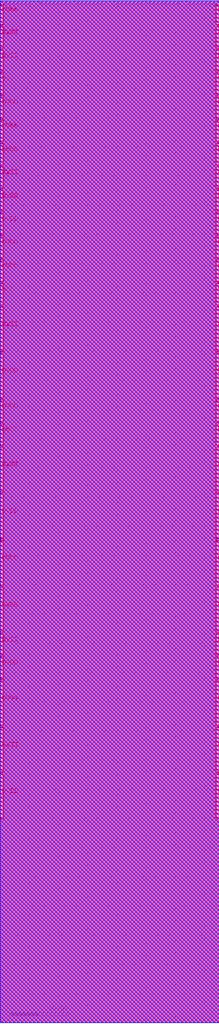
<source format=lef>
# Copyright 2022 GlobalFoundries PDK Authors
#
# Licensed under the Apache License, Version 2.0 (the "License");
# you may not use this file except in compliance with the License.
# You may obtain a copy of the License at
#
#     http://www.apache.org/licenses/LICENSE-2.0
#
# Unless required by applicable law or agreed to in writing, software
# distributed under the License is distributed on an "AS IS" BASIS,
# WITHOUT WARRANTIES OR CONDITIONS OF ANY KIND, either express or implied.
# See the License for the specific language governing permissions and
# limitations under the License.

MACRO gf180mcu_ocd_io__dvdd
  CLASS PAD POWER ;
  ORIGIN 0 0 ;
  FOREIGN gf180mcu_ocd_io__dvdd 0 0 ;
  SIZE 75 BY 350 ;
  SYMMETRY X Y R90 ;
  SITE GF_IO_Site ;
  PIN DVDD
    DIRECTION INOUT ;
    USE POWER ;
    PORT
      LAYER Metal5 ;
        RECT 74 118 75 125 ;
    END
    PORT
      LAYER Metal5 ;
        RECT 74 182 75 197 ;
    END
    PORT
      LAYER Metal5 ;
        RECT 74 166 75 181 ;
    END
    PORT
      LAYER Metal5 ;
        RECT 74 150 75 165 ;
    END
    PORT
      LAYER Metal5 ;
        RECT 74 134 75 149 ;
    END
    PORT
      LAYER Metal5 ;
        RECT 74 214 75 229 ;
    END
    PORT
      LAYER Metal5 ;
        RECT 74 206 75 213 ;
    END
    PORT
      LAYER Metal5 ;
        RECT 74 254 75 261 ;
    END
    PORT
      LAYER Metal5 ;
        RECT 74 278 75 285 ;
    END
    PORT
      LAYER Metal5 ;
        RECT 74 270 75 277 ;
    END
    PORT
      LAYER Metal5 ;
        RECT 74 262 75 269 ;
    END
    PORT
      LAYER Metal5 ;
        RECT 74 294 75 301 ;
    END
    PORT
      LAYER Metal5 ;
        RECT 74 310 75 317 ;
    END
    PORT
      LAYER Metal5 ;
        RECT 74 334 75 341 ;
    END
    PORT
      LAYER Metal4 ;
        RECT 74 118 75 125 ;
    END
    PORT
      LAYER Metal4 ;
        RECT 74 182 75 197 ;
    END
    PORT
      LAYER Metal4 ;
        RECT 74 166 75 181 ;
    END
    PORT
      LAYER Metal4 ;
        RECT 74 150 75 165 ;
    END
    PORT
      LAYER Metal4 ;
        RECT 74 134 75 149 ;
    END
    PORT
      LAYER Metal4 ;
        RECT 74 214 75 229 ;
    END
    PORT
      LAYER Metal4 ;
        RECT 74 206 75 213 ;
    END
    PORT
      LAYER Metal4 ;
        RECT 74 254 75 261 ;
    END
    PORT
      LAYER Metal4 ;
        RECT 74 278 75 285 ;
    END
    PORT
      LAYER Metal4 ;
        RECT 74 270 75 277 ;
    END
    PORT
      LAYER Metal4 ;
        RECT 74 262 75 269 ;
    END
    PORT
      LAYER Metal4 ;
        RECT 74 294 75 301 ;
    END
    PORT
      LAYER Metal4 ;
        RECT 74 310 75 317 ;
    END
    PORT
      LAYER Metal4 ;
        RECT 74 334 75 341 ;
    END
    PORT
      LAYER Metal3 ;
        RECT 74 118 75 125 ;
    END
    PORT
      LAYER Metal3 ;
        RECT 74 182 75 197 ;
    END
    PORT
      LAYER Metal3 ;
        RECT 74 166 75 181 ;
    END
    PORT
      LAYER Metal3 ;
        RECT 74 150 75 165 ;
    END
    PORT
      LAYER Metal3 ;
        RECT 74 134 75 149 ;
    END
    PORT
      LAYER Metal3 ;
        RECT 74 214 75 229 ;
    END
    PORT
      LAYER Metal3 ;
        RECT 74 206 75 213 ;
    END
    PORT
      LAYER Metal3 ;
        RECT 74 254 75 261 ;
    END
    PORT
      LAYER Metal3 ;
        RECT 74 278 75 285 ;
    END
    PORT
      LAYER Metal3 ;
        RECT 74 270 75 277 ;
    END
    PORT
      LAYER Metal3 ;
        RECT 74 262 75 269 ;
    END
    PORT
      LAYER Metal3 ;
        RECT 74 294 75 301 ;
    END
    PORT
      LAYER Metal3 ;
        RECT 74 310 75 317 ;
    END
    PORT
      LAYER Metal3 ;
        RECT 74 334 75 341 ;
    END
    PORT
        CLASS CORE ;
      LAYER Metal2 ;
        RECT 1.36 349 10.86 350 ;
    END
    PORT
        CLASS CORE ;
      LAYER Metal2 ;
        RECT 13.76 349 24.01 350 ;
    END
    PORT
        CLASS CORE ;
      LAYER Metal2 ;
        RECT 25.61 349 35.86 350 ;
    END
    PORT
        CLASS CORE ;
      LAYER Metal2 ;
        RECT 39.14 349 49.39 350 ;
    END
    PORT
        CLASS CORE ;
      LAYER Metal2 ;
        RECT 50.99 349 61.24 350 ;
    END
    PORT
      LAYER Metal3 ;
        RECT 0 334 1 341 ;
    END
    PORT
      LAYER Metal3 ;
        RECT 0 310 1 317 ;
    END
    PORT
      LAYER Metal3 ;
        RECT 0 294 1 301 ;
    END
    PORT
      LAYER Metal3 ;
        RECT 0 262 1 269 ;
    END
    PORT
      LAYER Metal3 ;
        RECT 0 270 1 277 ;
    END
    PORT
      LAYER Metal3 ;
        RECT 0 278 1 285 ;
    END
    PORT
      LAYER Metal3 ;
        RECT 0 254 1 261 ;
    END
    PORT
      LAYER Metal3 ;
        RECT 0 206 1 213 ;
    END
    PORT
      LAYER Metal3 ;
        RECT 0 214 1 229 ;
    END
    PORT
      LAYER Metal3 ;
        RECT 0 134 1 149 ;
    END
    PORT
      LAYER Metal3 ;
        RECT 0 150 1 165 ;
    END
    PORT
      LAYER Metal3 ;
        RECT 0 166 1 181 ;
    END
    PORT
      LAYER Metal3 ;
        RECT 0 182 1 197 ;
    END
    PORT
      LAYER Metal4 ;
        RECT 0 334 1 341 ;
    END
    PORT
      LAYER Metal4 ;
        RECT 0 310 1 317 ;
    END
    PORT
      LAYER Metal4 ;
        RECT 0 294 1 301 ;
    END
    PORT
      LAYER Metal4 ;
        RECT 0 262 1 269 ;
    END
    PORT
      LAYER Metal4 ;
        RECT 0 270 1 277 ;
    END
    PORT
      LAYER Metal4 ;
        RECT 0 278 1 285 ;
    END
    PORT
      LAYER Metal4 ;
        RECT 0 254 1 261 ;
    END
    PORT
      LAYER Metal4 ;
        RECT 0 206 1 213 ;
    END
    PORT
      LAYER Metal4 ;
        RECT 0 214 1 229 ;
    END
    PORT
      LAYER Metal4 ;
        RECT 0 134 1 149 ;
    END
    PORT
      LAYER Metal4 ;
        RECT 0 150 1 165 ;
    END
    PORT
      LAYER Metal4 ;
        RECT 0 166 1 181 ;
    END
    PORT
      LAYER Metal4 ;
        RECT 0 182 1 197 ;
    END
    PORT
      LAYER Metal5 ;
        RECT 0 334 1 341 ;
    END
    PORT
      LAYER Metal5 ;
        RECT 0 310 1 317 ;
    END
    PORT
      LAYER Metal5 ;
        RECT 0 294 1 301 ;
    END
    PORT
      LAYER Metal5 ;
        RECT 0 262 1 269 ;
    END
    PORT
      LAYER Metal5 ;
        RECT 0 270 1 277 ;
    END
    PORT
      LAYER Metal5 ;
        RECT 0 278 1 285 ;
    END
    PORT
      LAYER Metal5 ;
        RECT 0 254 1 261 ;
    END
    PORT
      LAYER Metal5 ;
        RECT 0 206 1 213 ;
    END
    PORT
      LAYER Metal5 ;
        RECT 0 214 1 229 ;
    END
    PORT
      LAYER Metal5 ;
        RECT 0 134 1 149 ;
    END
    PORT
      LAYER Metal5 ;
        RECT 0 150 1 165 ;
    END
    PORT
      LAYER Metal5 ;
        RECT 0 166 1 181 ;
    END
    PORT
      LAYER Metal5 ;
        RECT 0 182 1 197 ;
    END
    PORT
      LAYER Metal5 ;
        RECT 0 118 1 125 ;
    END
    PORT
      LAYER Metal4 ;
        RECT 0 118 1 125 ;
    END
    PORT
      LAYER Metal3 ;
        RECT 0 118 1 125 ;
    END
    PORT
        CLASS CORE ;
      LAYER Metal2 ;
        RECT 64.14 349 73.64 350 ;
    END
  END DVDD
  PIN DVSS
    DIRECTION INOUT ;
    USE GROUND ;
    PORT
      LAYER Metal5 ;
        RECT 74 102 75 117 ;
    END
    PORT
      LAYER Metal5 ;
        RECT 74 86 75 101 ;
    END
    PORT
      LAYER Metal5 ;
        RECT 74 70 75 85 ;
    END
    PORT
      LAYER Metal5 ;
        RECT 74 126 75 133 ;
    END
    PORT
      LAYER Metal5 ;
        RECT 74 198 75 205 ;
    END
    PORT
      LAYER Metal5 ;
        RECT 74 230 75 245 ;
    END
    PORT
      LAYER Metal5 ;
        RECT 74 286 75 293 ;
    END
    PORT
      LAYER Metal5 ;
        RECT 74 302 75 309 ;
    END
    PORT
      LAYER Metal5 ;
        RECT 74 326 75 333 ;
    END
    PORT
      LAYER Metal5 ;
        RECT 74 342 75 348.39 ;
    END
    PORT
      LAYER Metal4 ;
        RECT 74 102 75 117 ;
    END
    PORT
      LAYER Metal4 ;
        RECT 74 86 75 101 ;
    END
    PORT
      LAYER Metal4 ;
        RECT 74 70 75 85 ;
    END
    PORT
      LAYER Metal4 ;
        RECT 74 126 75 133 ;
    END
    PORT
      LAYER Metal4 ;
        RECT 74 198 75 205 ;
    END
    PORT
      LAYER Metal4 ;
        RECT 74 230 75 245 ;
    END
    PORT
      LAYER Metal4 ;
        RECT 74 286 75 293 ;
    END
    PORT
      LAYER Metal4 ;
        RECT 74 302 75 309 ;
    END
    PORT
      LAYER Metal4 ;
        RECT 74 326 75 333 ;
    END
    PORT
      LAYER Metal4 ;
        RECT 74 342 75 348.39 ;
    END
    PORT
      LAYER Metal3 ;
        RECT 74 102 75 117 ;
    END
    PORT
      LAYER Metal3 ;
        RECT 74 86 75 101 ;
    END
    PORT
      LAYER Metal3 ;
        RECT 74 70 75 85 ;
    END
    PORT
      LAYER Metal3 ;
        RECT 74 126 75 133 ;
    END
    PORT
      LAYER Metal3 ;
        RECT 74 198 75 205 ;
    END
    PORT
      LAYER Metal3 ;
        RECT 74 230 75 245 ;
    END
    PORT
      LAYER Metal3 ;
        RECT 74 286 75 293 ;
    END
    PORT
      LAYER Metal3 ;
        RECT 74 302 75 309 ;
    END
    PORT
      LAYER Metal3 ;
        RECT 74 326 75 333 ;
    END
    PORT
      LAYER Metal3 ;
        RECT 74 342 75 348.39 ;
    END
    PORT
      LAYER Metal3 ;
        RECT 0 342 1 348.39 ;
    END
    PORT
      LAYER Metal3 ;
        RECT 0 326 1 333 ;
    END
    PORT
      LAYER Metal3 ;
        RECT 0 302 1 309 ;
    END
    PORT
      LAYER Metal3 ;
        RECT 0 286 1 293 ;
    END
    PORT
      LAYER Metal3 ;
        RECT 0 230 1 245 ;
    END
    PORT
      LAYER Metal3 ;
        RECT 0 198 1 205 ;
    END
    PORT
      LAYER Metal3 ;
        RECT 0 126 1 133 ;
    END
    PORT
      LAYER Metal3 ;
        RECT 0 70 1 85 ;
    END
    PORT
      LAYER Metal3 ;
        RECT 0 86 1 101 ;
    END
    PORT
      LAYER Metal4 ;
        RECT 0 342 1 348.39 ;
    END
    PORT
      LAYER Metal4 ;
        RECT 0 326 1 333 ;
    END
    PORT
      LAYER Metal4 ;
        RECT 0 302 1 309 ;
    END
    PORT
      LAYER Metal4 ;
        RECT 0 286 1 293 ;
    END
    PORT
      LAYER Metal4 ;
        RECT 0 230 1 245 ;
    END
    PORT
      LAYER Metal4 ;
        RECT 0 198 1 205 ;
    END
    PORT
      LAYER Metal4 ;
        RECT 0 126 1 133 ;
    END
    PORT
      LAYER Metal4 ;
        RECT 0 70 1 85 ;
    END
    PORT
      LAYER Metal4 ;
        RECT 0 86 1 101 ;
    END
    PORT
      LAYER Metal5 ;
        RECT 0 342 1 348.39 ;
    END
    PORT
      LAYER Metal5 ;
        RECT 0 326 1 333 ;
    END
    PORT
      LAYER Metal5 ;
        RECT 0 302 1 309 ;
    END
    PORT
      LAYER Metal5 ;
        RECT 0 286 1 293 ;
    END
    PORT
      LAYER Metal5 ;
        RECT 0 230 1 245 ;
    END
    PORT
      LAYER Metal5 ;
        RECT 0 198 1 205 ;
    END
    PORT
      LAYER Metal5 ;
        RECT 0 126 1 133 ;
    END
    PORT
      LAYER Metal5 ;
        RECT 0 70 1 85 ;
    END
    PORT
      LAYER Metal5 ;
        RECT 0 86 1 101 ;
    END
    PORT
      LAYER Metal5 ;
        RECT 0 102 1 117 ;
    END
    PORT
      LAYER Metal4 ;
        RECT 0 102 1 117 ;
    END
    PORT
      LAYER Metal3 ;
        RECT 0 102 1 117 ;
    END
  END DVSS
  PIN VSS
    DIRECTION INOUT ;
    USE GROUND ;
    PORT
      LAYER Metal5 ;
        RECT 74 246 75 253 ;
    END
    PORT
      LAYER Metal5 ;
        RECT 74 318 75 325 ;
    END
    PORT
      LAYER Metal4 ;
        RECT 74 246 75 253 ;
    END
    PORT
      LAYER Metal4 ;
        RECT 74 318 75 325 ;
    END
    PORT
      LAYER Metal3 ;
        RECT 74 246 75 253 ;
    END
    PORT
      LAYER Metal3 ;
        RECT 74 318 75 325 ;
    END
    PORT
      LAYER Metal3 ;
        RECT 0 318 1 325 ;
    END
    PORT
      LAYER Metal4 ;
        RECT 0 318 1 325 ;
    END
    PORT
      LAYER Metal5 ;
        RECT 0 318 1 325 ;
    END
    PORT
      LAYER Metal5 ;
        RECT 0 246 1 253 ;
    END
    PORT
      LAYER Metal4 ;
        RECT 0 246 1 253 ;
    END
    PORT
      LAYER Metal3 ;
        RECT 0 246 1 253 ;
    END
  END VSS
  OBS
    LAYER Metal1 ;
      RECT 0 0 75 350 ;
    LAYER Metal2 ;
      POLYGON 75 350 73.92 350 73.92 348.72 63.86 348.72 63.86 350 61.52 350 61.52 348.72 50.71 348.72 50.71 350 49.67 350 49.67 348.72 38.86 348.72 38.86 350 36.14 350 36.14 348.72 25.33 348.72 25.33 350 24.29 350 24.29 348.72 13.48 348.72 13.48 350 11.14 350 11.14 348.72 1.08 348.72 1.08 350 0 350 0 0 75 0 ;
    LAYER Metal3 ;
      POLYGON 75 69.72 73.72 69.72 73.72 85.28 75 85.28 75 85.72 73.72 85.72 73.72 101.28 75 101.28 75 101.72 73.72 101.72 73.72 117.28 75 117.28 75 117.72 73.72 117.72 73.72 125.28 75 125.28 75 125.72 73.72 125.72 73.72 133.28 75 133.28 75 133.72 73.72 133.72 73.72 149.28 75 149.28 75 149.72 73.72 149.72 73.72 165.28 75 165.28 75 165.72 73.72 165.72 73.72 181.28 75 181.28 75 181.72 73.72 181.72 73.72 197.28 75 197.28 75 197.72 73.72 197.72 73.72 205.28 75 205.28 75 205.72 73.72 205.72 73.72 213.28 75 213.28 75 213.72 73.72 213.72 73.72 229.28 75 229.28 75 229.72 73.72 229.72 73.72 245.28 75 245.28 75 245.72 73.72 245.72 73.72 253.28 75 253.28 75 253.72 73.72 253.72 73.72 261.28 75 261.28 75 261.72 73.72 261.72 73.72 269.28 75 269.28 75 269.72 73.72 269.72 73.72 277.28 75 277.28 75 277.72 73.72 277.72 73.72 285.28 75 285.28 75 285.72 73.72 285.72 73.72 293.28 75 293.28 75 293.72 73.72 293.72 73.72 301.28 75 301.28 75 301.72 73.72 301.72 73.72 309.28 75 309.28 75 309.72 73.72 309.72 73.72 317.28 75 317.28 75 317.72 73.72 317.72 73.72 325.28 75 325.28 75 325.72 73.72 325.72 73.72 333.28 75 333.28 75 333.72 73.72 333.72 73.72 341.28 75 341.28 75 341.72 73.72 341.72 73.72 348.67 75 348.67 75 350 0 350 0 348.67 1.28 348.67 1.28 341.72 0 341.72 0 341.28 1.28 341.28 1.28 333.72 0 333.72 0 333.28 1.28 333.28 1.28 325.72 0 325.72 0 325.28 1.28 325.28 1.28 317.72 0 317.72 0 317.28 1.28 317.28 1.28 309.72 0 309.72 0 309.28 1.28 309.28 1.28 301.72 0 301.72 0 301.28 1.28 301.28 1.28 293.72 0 293.72 0 293.28 1.28 293.28 1.28 285.72 0 285.72 0 285.28 1.28 285.28 1.28 277.72 0 277.72 0 277.28 1.28 277.28 1.28 269.72 0 269.72 0 269.28 1.28 269.28 1.28 261.72 0 261.72 0 261.28 1.28 261.28 1.28 253.72 0 253.72 0 253.28 1.28 253.28 1.28 245.72 0 245.72 0 245.28 1.28 245.28 1.28 229.72 0 229.72 0 229.28 1.28 229.28 1.28 213.72 0 213.72 0 213.28 1.28 213.28 1.28 205.72 0 205.72 0 205.28 1.28 205.28 1.28 197.72 0 197.72 0 197.28 1.28 197.28 1.28 181.72 0 181.72 0 181.28 1.28 181.28 1.28 165.72 0 165.72 0 165.28 1.28 165.28 1.28 149.72 0 149.72 0 149.28 1.28 149.28 1.28 133.72 0 133.72 0 133.28 1.28 133.28 1.28 125.72 0 125.72 0 125.28 1.28 125.28 1.28 117.72 0 117.72 0 117.28 1.28 117.28 1.28 101.72 0 101.72 0 101.28 1.28 101.28 1.28 85.72 0 85.72 0 85.28 1.28 85.28 1.28 69.72 0 69.72 0 0 75 0 ;
    LAYER Metal4 ;
      POLYGON 75 69.72 73.72 69.72 73.72 85.28 75 85.28 75 85.72 73.72 85.72 73.72 101.28 75 101.28 75 101.72 73.72 101.72 73.72 117.28 75 117.28 75 117.72 73.72 117.72 73.72 125.28 75 125.28 75 125.72 73.72 125.72 73.72 133.28 75 133.28 75 133.72 73.72 133.72 73.72 149.28 75 149.28 75 149.72 73.72 149.72 73.72 165.28 75 165.28 75 165.72 73.72 165.72 73.72 181.28 75 181.28 75 181.72 73.72 181.72 73.72 197.28 75 197.28 75 197.72 73.72 197.72 73.72 205.28 75 205.28 75 205.72 73.72 205.72 73.72 213.28 75 213.28 75 213.72 73.72 213.72 73.72 229.28 75 229.28 75 229.72 73.72 229.72 73.72 245.28 75 245.28 75 245.72 73.72 245.72 73.72 253.28 75 253.28 75 253.72 73.72 253.72 73.72 261.28 75 261.28 75 261.72 73.72 261.72 73.72 269.28 75 269.28 75 269.72 73.72 269.72 73.72 277.28 75 277.28 75 277.72 73.72 277.72 73.72 285.28 75 285.28 75 285.72 73.72 285.72 73.72 293.28 75 293.28 75 293.72 73.72 293.72 73.72 301.28 75 301.28 75 301.72 73.72 301.72 73.72 309.28 75 309.28 75 309.72 73.72 309.72 73.72 317.28 75 317.28 75 317.72 73.72 317.72 73.72 325.28 75 325.28 75 325.72 73.72 325.72 73.72 333.28 75 333.28 75 333.72 73.72 333.72 73.72 341.28 75 341.28 75 341.72 73.72 341.72 73.72 348.67 75 348.67 75 350 0 350 0 348.67 1.28 348.67 1.28 341.72 0 341.72 0 341.28 1.28 341.28 1.28 333.72 0 333.72 0 333.28 1.28 333.28 1.28 325.72 0 325.72 0 325.28 1.28 325.28 1.28 317.72 0 317.72 0 317.28 1.28 317.28 1.28 309.72 0 309.72 0 309.28 1.28 309.28 1.28 301.72 0 301.72 0 301.28 1.28 301.28 1.28 293.72 0 293.72 0 293.28 1.28 293.28 1.28 285.72 0 285.72 0 285.28 1.28 285.28 1.28 277.72 0 277.72 0 277.28 1.28 277.28 1.28 269.72 0 269.72 0 269.28 1.28 269.28 1.28 261.72 0 261.72 0 261.28 1.28 261.28 1.28 253.72 0 253.72 0 253.28 1.28 253.28 1.28 245.72 0 245.72 0 245.28 1.28 245.28 1.28 229.72 0 229.72 0 229.28 1.28 229.28 1.28 213.72 0 213.72 0 213.28 1.28 213.28 1.28 205.72 0 205.72 0 205.28 1.28 205.28 1.28 197.72 0 197.72 0 197.28 1.28 197.28 1.28 181.72 0 181.72 0 181.28 1.28 181.28 1.28 165.72 0 165.72 0 165.28 1.28 165.28 1.28 149.72 0 149.72 0 149.28 1.28 149.28 1.28 133.72 0 133.72 0 133.28 1.28 133.28 1.28 125.72 0 125.72 0 125.28 1.28 125.28 1.28 117.72 0 117.72 0 117.28 1.28 117.28 1.28 101.72 0 101.72 0 101.28 1.28 101.28 1.28 85.72 0 85.72 0 85.28 1.28 85.28 1.28 69.72 0 69.72 0 0 75 0 ;
    LAYER Metal5 ;
      POLYGON 75 69.72 73.72 69.72 73.72 85.28 75 85.28 75 85.72 73.72 85.72 73.72 101.28 75 101.28 75 101.72 73.72 101.72 73.72 117.28 75 117.28 75 117.72 73.72 117.72 73.72 125.28 75 125.28 75 125.72 73.72 125.72 73.72 133.28 75 133.28 75 133.72 73.72 133.72 73.72 149.28 75 149.28 75 149.72 73.72 149.72 73.72 165.28 75 165.28 75 165.72 73.72 165.72 73.72 181.28 75 181.28 75 181.72 73.72 181.72 73.72 197.28 75 197.28 75 197.72 73.72 197.72 73.72 205.28 75 205.28 75 205.72 73.72 205.72 73.72 213.28 75 213.28 75 213.72 73.72 213.72 73.72 229.28 75 229.28 75 229.72 73.72 229.72 73.72 245.28 75 245.28 75 245.72 73.72 245.72 73.72 253.28 75 253.28 75 253.72 73.72 253.72 73.72 261.28 75 261.28 75 261.72 73.72 261.72 73.72 269.28 75 269.28 75 269.72 73.72 269.72 73.72 277.28 75 277.28 75 277.72 73.72 277.72 73.72 285.28 75 285.28 75 285.72 73.72 285.72 73.72 293.28 75 293.28 75 293.72 73.72 293.72 73.72 301.28 75 301.28 75 301.72 73.72 301.72 73.72 309.28 75 309.28 75 309.72 73.72 309.72 73.72 317.28 75 317.28 75 317.72 73.72 317.72 73.72 325.28 75 325.28 75 325.72 73.72 325.72 73.72 333.28 75 333.28 75 333.72 73.72 333.72 73.72 341.28 75 341.28 75 341.72 73.72 341.72 73.72 348.67 75 348.67 75 350 0 350 0 348.67 1.28 348.67 1.28 341.72 0 341.72 0 341.28 1.28 341.28 1.28 333.72 0 333.72 0 333.28 1.28 333.28 1.28 325.72 0 325.72 0 325.28 1.28 325.28 1.28 317.72 0 317.72 0 317.28 1.28 317.28 1.28 309.72 0 309.72 0 309.28 1.28 309.28 1.28 301.72 0 301.72 0 301.28 1.28 301.28 1.28 293.72 0 293.72 0 293.28 1.28 293.28 1.28 285.72 0 285.72 0 285.28 1.28 285.28 1.28 277.72 0 277.72 0 277.28 1.28 277.28 1.28 269.72 0 269.72 0 269.28 1.28 269.28 1.28 261.72 0 261.72 0 261.28 1.28 261.28 1.28 253.72 0 253.72 0 253.28 1.28 253.28 1.28 245.72 0 245.72 0 245.28 1.28 245.28 1.28 229.72 0 229.72 0 229.28 1.28 229.28 1.28 213.72 0 213.72 0 213.28 1.28 213.28 1.28 205.72 0 205.72 0 205.28 1.28 205.28 1.28 197.72 0 197.72 0 197.28 1.28 197.28 1.28 181.72 0 181.72 0 181.28 1.28 181.28 1.28 165.72 0 165.72 0 165.28 1.28 165.28 1.28 149.72 0 149.72 0 149.28 1.28 149.28 1.28 133.72 0 133.72 0 133.28 1.28 133.28 1.28 125.72 0 125.72 0 125.28 1.28 125.28 1.28 117.72 0 117.72 0 117.28 1.28 117.28 1.28 101.72 0 101.72 0 101.28 1.28 101.28 1.28 85.72 0 85.72 0 85.28 1.28 85.28 1.28 69.72 0 69.72 0 0 75 0 ;
    LAYER Via1 ;
      RECT 0 0 75 350 ;
    LAYER Via2 ;
      RECT 0 0 75 350 ;
    LAYER Via3 ;
      RECT 0 0 75 350 ;
    LAYER Via4 ;
      RECT 0 0 75 350 ;
  END

END gf180mcu_ocd_io__dvdd

</source>
